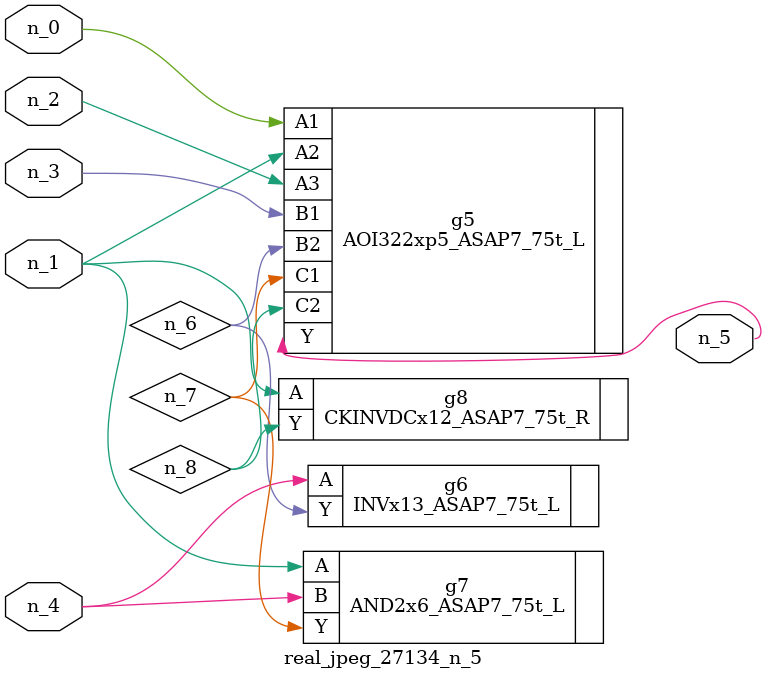
<source format=v>
module real_jpeg_27134_n_5 (n_4, n_0, n_1, n_2, n_3, n_5);

input n_4;
input n_0;
input n_1;
input n_2;
input n_3;

output n_5;

wire n_8;
wire n_6;
wire n_7;

AOI322xp5_ASAP7_75t_L g5 ( 
.A1(n_0),
.A2(n_1),
.A3(n_2),
.B1(n_3),
.B2(n_6),
.C1(n_7),
.C2(n_8),
.Y(n_5)
);

AND2x6_ASAP7_75t_L g7 ( 
.A(n_1),
.B(n_4),
.Y(n_7)
);

CKINVDCx12_ASAP7_75t_R g8 ( 
.A(n_1),
.Y(n_8)
);

INVx13_ASAP7_75t_L g6 ( 
.A(n_4),
.Y(n_6)
);


endmodule
</source>
